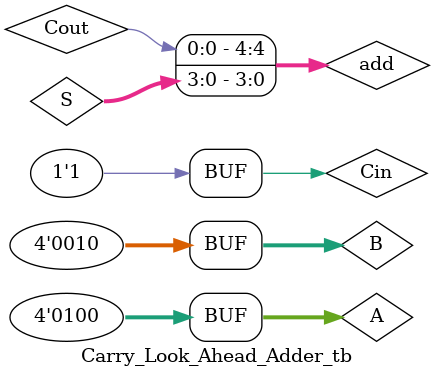
<source format=v>
module Carry_Look_Ahead_Adder(output Cout,output [3:0] S, input [3:0] A, input [3:0] B,input Cin);

wire [3:0] Ci;

assign Ci[0] = Cin;

assign Ci[1] = (A[0] & B[0]) | ((A[0] ^ B[0]) & Ci[0]);

/*C1 = G0 + (P0·C0)
     = A0·B0 + (A0^B0)·C0*/

assign Ci[2] = (A[1] & B[1]) | ((A[1] ^ B[1]) & ((A[0] & B[0]) | ((A[0] ^ B[0]) & Ci[0])));

/*C2 = G1 + (P1·C1)
     = A1·B1 + (A1^B1)·(A0·B0 + (A0^B0)·C0)*/

assign Ci[3] = (A[2] & B[2]) | ((A[2] ^ B[2]) & ((A[1] & B[1]) | ((A[1] ^ B[1]) & ((A[0] & B[0]) | ((A[0] ^ B[0]) & Ci[0])))));

/*C3 = G2 + (P2·C2)
     = A2·B2 + (A2^B2)·C2
     = A2·B2 + (A2^B2)·(A1.B1 + (A1^B1)·(A0B0 + (A0^B0)·C0))*/

assign Cout = (A[3] & B[3])  |
              ((A[3] ^ B[3]) &
              ((A[2] & B[2]) |
              ((A[2] ^ B[2]) &
              ((A[1] & B[1]) |
              ((A[1] ^ B[1]) &
              ((A[0] & B[0]) |
              ((A[0] ^ B[0]) & Ci[0])))))));

/*C4 = G3 + (P3·C3)
     = A3·B3 + (A3^B3)·C3
     = A3·B3 + (A3^B3)·(A2.B2 + (A2^B2)·(A1.B1 + (A1^B1)·(A0B0 + (A0^B0)·C0)))*/

assign S = A^B^Ci;

endmodule


module Carry_Look_Ahead_Adder_tb();
reg [3:0] A, B; 
reg Cin;
wire Cout; 
wire [3:0] S;
wire [4:0] add; 


Carry_Look_Ahead_Adder DUT(Cout,S,A,B,Cin);

assign add = {Cout,S};

initial 
begin
$monitor ("T = %0t, A = %b, B = %b, Cin = %b, S = %b, Cout = %b, Addition = %d",$time, A, B, Cin, S, Cout, add);

A = 1; B = 0; Cin = 0; #10;
A = 5; B = 6; Cin = 0; #10;
A = 2; B = 1; Cin = 1; #10;
A = 4'hb; B = 4'h6; Cin = 1; #10;
A = 4; B = 2; Cin = 1; #10;

end
endmodule

</source>
